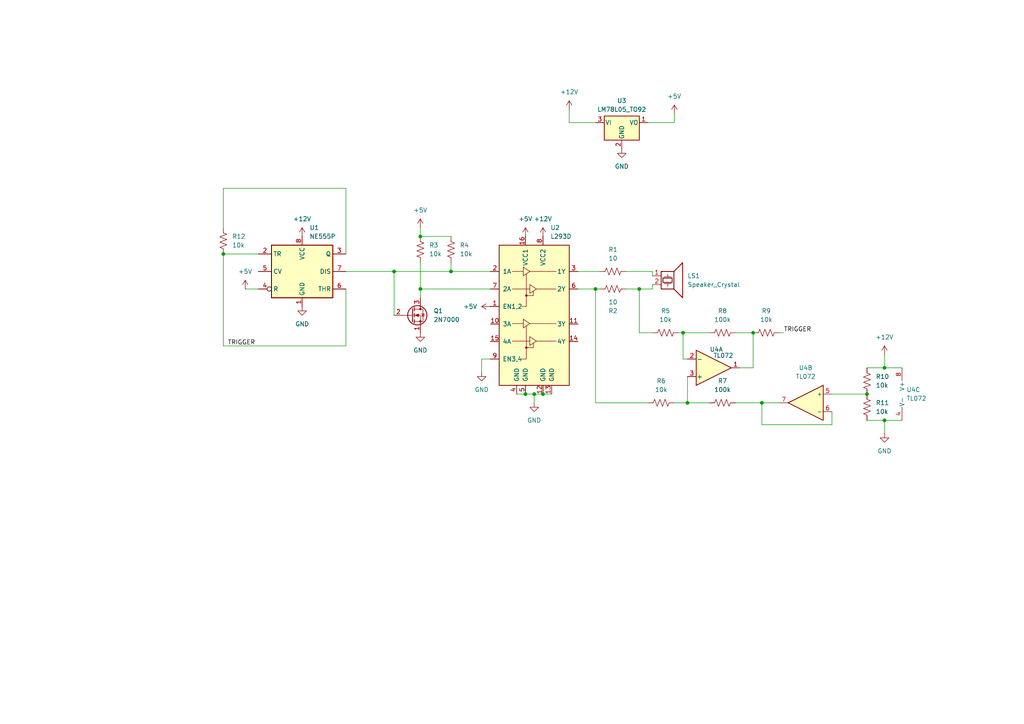
<source format=kicad_sch>
(kicad_sch (version 20250114) (generator "eeschema") (generator_version "9.0")
  (paper "A4")
  (lib_symbols
    (symbol "Amplifier_Operational:TL072" (pin_names (offset 0.127))
      (property "Reference" "U" (at 0 5.08 0))
      (property "Value" "TL072" (at 0 -5.08 0))
      (symbol "TL072_1_1"
        (polyline (pts (xy -5.08 5.08) (xy 5.08 0) (xy -5.08 -5.08) (xy -5.08 5.08)) (stroke (width 0.254)) (fill (type background)))
        (pin input line (at -7.62 2.54 0) (length 2.54) (name "+") (number "3"))
        (pin input line (at -7.62 -2.54 0) (length 2.54) (name "-") (number "2"))
        (pin output line (at 7.62 0 180) (length 2.54) (name "~") (number "1"))
      )
      (symbol "TL072_2_1"
        (polyline (pts (xy -5.08 5.08) (xy 5.08 0) (xy -5.08 -5.08) (xy -5.08 5.08)) (stroke (width 0.254)) (fill (type background)))
        (pin input line (at -7.62 2.54 0) (length 2.54) (name "+") (number "5"))
        (pin input line (at -7.62 -2.54 0) (length 2.54) (name "-") (number "6"))
        (pin output line (at 7.62 0 180) (length 2.54) (name "~") (number "7"))
      )
      (symbol "TL072_3_1"
        (pin power_in line (at -2.54 7.62 270) (length 3.81) (name "V+") (number "8"))
        (pin power_in line (at -2.54 -7.62 90) (length 3.81) (name "V-") (number "4"))
      )
    )
    (symbol "Device:R_US" (pin_numbers (hide yes)) (pin_names (offset 0))
      (property "Reference" "R" (at 2.54 0 90))
      (property "Value" "R_US" (at -2.54 0 90))
      (symbol "R_US_0_1"
        (polyline (pts (xy 0 2.286) (xy 0 2.54)))
        (polyline (pts (xy 0 2.286) (xy 1.016 1.905) (xy 0 1.524) (xy -1.016 1.143) (xy 0 0.762)))
        (polyline (pts (xy 0 0.762) (xy 1.016 0.381) (xy 0 0) (xy -1.016 -0.381) (xy 0 -0.762)))
        (polyline (pts (xy 0 -0.762) (xy 1.016 -1.143) (xy 0 -1.524) (xy -1.016 -1.905) (xy 0 -2.286)))
        (polyline (pts (xy 0 -2.286) (xy 0 -2.54)))
      )
      (symbol "R_US_1_1"
        (pin passive line (at 0 3.81 270) (length 1.27) (name "~") (number "1"))
        (pin passive line (at 0 -3.81 90) (length 1.27) (name "~") (number "2"))
      )
    )
    (symbol "Device:Speaker_Crystal" (pin_names (offset 0) (hide yes))
      (property "Reference" "LS" (at 0.635 5.715 0))
      (property "Value" "Speaker_Crystal" (at 0.635 3.81 0))
      (symbol "Speaker_Crystal_0_0"
        (rectangle (start -2.54 1.27) (end 1.143 -3.81) (stroke (width 0.254)))
        (rectangle (start -2.032 -0.635) (end 0.635 -1.905) (stroke (width 0.254)))
        (polyline (pts (xy -1.651 -0.254) (xy 0.381 -0.254)))
        (polyline (pts (xy -1.651 -2.286) (xy 0.381 -2.286)))
        (polyline (pts (xy -0.635 -0.254) (xy -0.635 0.508)))
        (polyline (pts (xy -0.635 -2.286) (xy -0.635 -3.048)))
        (polyline (pts (xy 1.143 1.27) (xy 3.683 3.81) (xy 3.683 -6.35) (xy 1.143 -3.81)) (stroke (width 0.254)))
      )
      (symbol "Speaker_Crystal_1_1"
        (pin input line (at -5.08 0 0) (length 2.54) (name "1") (number "1"))
        (pin input line (at -5.08 -2.54 0) (length 2.54) (name "2") (number "2"))
      )
    )
    (symbol "Driver_Motor:L293D" (pin_names (offset 1.016))
      (property "Reference" "U" (at -5.08 26.035 0))
      (property "Value" "L293D" (at -5.08 24.13 0))
      (symbol "L293D_0_1"
        (rectangle (start -10.16 22.86) (end 10.16 -17.78) (stroke (width 0.254)) (fill (type background)))
        (polyline (pts (xy -6.35 15.24) (xy -3.175 15.24)))
        (polyline (pts (xy -6.35 10.16) (xy -1.27 10.16)))
        (polyline (pts (xy -6.35 0.127) (xy -3.175 0.127)))
        (polyline (pts (xy -6.35 -4.953) (xy -1.27 -4.953)))
        (polyline (pts (xy -3.175 16.51) (xy -3.175 13.97) (xy -1.27 15.24) (xy -3.175 16.51)))
        (polyline (pts (xy -3.175 1.397) (xy -3.175 -1.143) (xy -1.27 0.127) (xy -3.175 1.397)))
        (polyline (pts (xy -2.286 14.478) (xy -2.286 5.08) (xy -3.556 5.08)))
        (circle (center -2.286 8.255) (radius 0.254) (fill (type outline)))
        (polyline (pts (xy -2.286 8.255) (xy -0.254 8.255) (xy -0.254 9.525)))
        (polyline (pts (xy -2.286 -0.635) (xy -2.286 -10.16) (xy -3.556 -10.16)))
        (circle (center -2.286 -6.858) (radius 0.254) (fill (type outline)))
        (polyline (pts (xy -2.286 -6.858) (xy -0.254 -6.858) (xy -0.254 -5.588)))
        (polyline (pts (xy -1.27 15.24) (xy 6.35 15.24)))
        (polyline (pts (xy -1.27 11.43) (xy -1.27 8.89) (xy 0.635 10.16) (xy -1.27 11.43)))
        (polyline (pts (xy -1.27 0.127) (xy 6.35 0.127)))
        (polyline (pts (xy -1.27 -3.683) (xy -1.27 -6.223) (xy 0.635 -4.953) (xy -1.27 -3.683)))
        (polyline (pts (xy 0.635 10.16) (xy 6.35 10.16)))
        (polyline (pts (xy 0.635 -4.953) (xy 6.35 -4.953)))
      )
      (symbol "L293D_1_1"
        (pin input line (at -12.7 15.24 0) (length 2.54) (name "1A") (number "2"))
        (pin input line (at -12.7 10.16 0) (length 2.54) (name "2A") (number "7"))
        (pin input line (at -12.7 5.08 0) (length 2.54) (name "EN1,2") (number "1"))
        (pin input line (at -12.7 0 0) (length 2.54) (name "3A") (number "10"))
        (pin input line (at -12.7 -5.08 0) (length 2.54) (name "4A") (number "15"))
        (pin input line (at -12.7 -10.16 0) (length 2.54) (name "EN3,4") (number "9"))
        (pin power_in line (at -5.08 -20.32 90) (length 2.54) (name "GND") (number "4"))
        (pin power_in line (at -2.54 25.4 270) (length 2.54) (name "VCC1") (number "16"))
        (pin power_in line (at -2.54 -20.32 90) (length 2.54) (name "GND") (number "5"))
        (pin power_in line (at 2.54 25.4 270) (length 2.54) (name "VCC2") (number "8"))
        (pin power_in line (at 2.54 -20.32 90) (length 2.54) (name "GND") (number "12"))
        (pin power_in line (at 5.08 -20.32 90) (length 2.54) (name "GND") (number "13"))
        (pin output line (at 12.7 15.24 180) (length 2.54) (name "1Y") (number "3"))
        (pin output line (at 12.7 10.16 180) (length 2.54) (name "2Y") (number "6"))
        (pin output line (at 12.7 0 180) (length 2.54) (name "3Y") (number "11"))
        (pin output line (at 12.7 -5.08 180) (length 2.54) (name "4Y") (number "14"))
      )
    )
    (symbol "Regulator_Linear:LM78L05_TO92" (pin_names (offset 0.254))
      (property "Reference" "U" (at -3.81 3.175 0))
      (property "Value" "LM78L05_TO92" (at 0 3.175 0))
      (symbol "LM78L05_TO92_0_1"
        (rectangle (start -5.08 -5.08) (end 5.08 1.905) (stroke (width 0.254)) (fill (type background)))
      )
      (symbol "LM78L05_TO92_1_1"
        (pin power_in line (at -7.62 0 0) (length 2.54) (name "VI") (number "3"))
        (pin power_in line (at 0 -7.62 90) (length 2.54) (name "GND") (number "2"))
        (pin power_out line (at 7.62 0 180) (length 2.54) (name "VO") (number "1"))
      )
    )
    (symbol "Timer:NE555P"
      (property "Reference" "U" (at -10.16 8.89 0))
      (property "Value" "NE555P" (at 2.54 8.89 0))
      (symbol "NE555P_0_0"
        (pin power_in line (at 0 10.16 270) (length 2.54) (name "VCC") (number "8"))
        (pin power_in line (at 0 -10.16 90) (length 2.54) (name "GND") (number "1"))
      )
      (symbol "NE555P_0_1"
        (rectangle (start -8.89 -7.62) (end 8.89 7.62) (stroke (width 0.254)) (fill (type background)))
        (rectangle (start -8.89 -7.62) (end 8.89 7.62) (stroke (width 0.254)) (fill (type background)))
      )
      (symbol "NE555P_1_1"
        (pin input line (at -12.7 5.08 0) (length 3.81) (name "TR") (number "2"))
        (pin input line (at -12.7 0 0) (length 3.81) (name "CV") (number "5"))
        (pin input inverted (at -12.7 -5.08 0) (length 3.81) (name "R") (number "4"))
        (pin output line (at 12.7 5.08 180) (length 3.81) (name "Q") (number "3"))
        (pin input line (at 12.7 0 180) (length 3.81) (name "DIS") (number "7"))
        (pin input line (at 12.7 -5.08 180) (length 3.81) (name "THR") (number "6"))
      )
    )
    (symbol "Transistor_FET:2N7000" (pin_names (hide yes))
      (property "Reference" "Q" (at 5.08 1.905 0))
      (property "Value" "2N7000" (at 5.08 0 0))
      (symbol "2N7000_0_1"
        (polyline (pts (xy 0.254 1.905) (xy 0.254 -1.905)) (stroke (width 0.254)))
        (polyline (pts (xy 0.254 0) (xy -2.54 0)))
        (polyline (pts (xy 0.762 2.286) (xy 0.762 1.27)) (stroke (width 0.254)))
        (polyline (pts (xy 0.762 0.508) (xy 0.762 -0.508)) (stroke (width 0.254)))
        (polyline (pts (xy 0.762 -1.27) (xy 0.762 -2.286)) (stroke (width 0.254)))
        (polyline (pts (xy 0.762 -1.778) (xy 3.302 -1.778) (xy 3.302 1.778) (xy 0.762 1.778)))
        (polyline (pts (xy 1.016 0) (xy 2.032 0.381) (xy 2.032 -0.381) (xy 1.016 0)) (fill (type outline)))
        (circle (center 1.651 0) (radius 2.794) (stroke (width 0.254)))
        (polyline (pts (xy 2.54 2.54) (xy 2.54 1.778)))
        (circle (center 2.54 1.778) (radius 0.254) (fill (type outline)))
        (circle (center 2.54 -1.778) (radius 0.254) (fill (type outline)))
        (polyline (pts (xy 2.54 -2.54) (xy 2.54 0) (xy 0.762 0)))
        (polyline (pts (xy 2.794 0.508) (xy 2.921 0.381) (xy 3.683 0.381) (xy 3.81 0.254)))
        (polyline (pts (xy 3.302 0.381) (xy 2.921 -0.254) (xy 3.683 -0.254) (xy 3.302 0.381)))
      )
      (symbol "2N7000_1_1"
        (pin input line (at -5.08 0 0) (length 2.54) (name "G") (number "2"))
        (pin passive line (at 2.54 5.08 270) (length 2.54) (name "D") (number "3"))
        (pin passive line (at 2.54 -5.08 90) (length 2.54) (name "S") (number "1"))
      )
    )
    (symbol "power:+12V" (power) (pin_numbers (hide yes)) (pin_names (offset 0) (hide yes))
      (property "Value" "+12V" (at 0 3.556 0))
      (symbol "+12V_0_1"
        (polyline (pts (xy -0.762 1.27) (xy 0 2.54)))
        (polyline (pts (xy 0 2.54) (xy 0.762 1.27)))
        (polyline (pts (xy 0 0) (xy 0 2.54)))
      )
      (symbol "+12V_1_1"
        (pin power_in line (at 0 0 90) (length 0) (name "~") (number "1"))
      )
    )
    (symbol "power:+5V" (power) (pin_numbers (hide yes)) (pin_names (offset 0) (hide yes))
      (property "Value" "+5V" (at 0 3.556 0))
      (symbol "+5V_0_1"
        (polyline (pts (xy -0.762 1.27) (xy 0 2.54)))
        (polyline (pts (xy 0 2.54) (xy 0.762 1.27)))
        (polyline (pts (xy 0 0) (xy 0 2.54)))
      )
      (symbol "+5V_1_1"
        (pin power_in line (at 0 0 90) (length 0) (name "~") (number "1"))
      )
    )
    (symbol "power:GND" (power) (pin_numbers (hide yes)) (pin_names (offset 0) (hide yes))
      (property "Value" "GND" (at 0 -3.81 0))
      (symbol "GND_0_1"
        (polyline (pts (xy 0 0) (xy 0 -1.27) (xy 1.27 -1.27) (xy 0 -2.54) (xy -1.27 -1.27) (xy 0 -1.27)))
      )
      (symbol "GND_1_1"
        (pin power_in line (at 0 0 270) (length 0) (name "~") (number "1"))
      )
    )
  )
  (junction (at 256.54 106.68))
  (junction (at 157.48 114.3))
  (junction (at 199.39 116.84))
  (junction (at 198.12 96.52))
  (junction (at 220.98 116.84))
  (junction (at 114.3 78.74))
  (junction (at 256.54 121.92))
  (junction (at 121.92 83.82))
  (junction (at 121.92 68.58))
  (junction (at 218.44 96.52))
  (junction (at 152.4 114.3))
  (junction (at 172.72 83.82))
  (junction (at 64.77 73.66))
  (junction (at 185.42 83.82))
  (junction (at 251.46 114.3))
  (junction (at 130.81 78.74))
  (junction (at 154.94 114.3))
  (wire (pts (xy 220.98 116.84) (xy 226.06 116.84)))
  (wire (pts (xy 100.33 54.61) (xy 100.33 73.66)))
  (wire (pts (xy 121.92 86.36) (xy 121.92 83.82)))
  (wire (pts (xy 189.23 83.82) (xy 189.23 82.55)))
  (wire (pts (xy 142.24 104.14) (xy 139.7 104.14)))
  (wire (pts (xy 157.48 114.3) (xy 160.02 114.3)))
  (wire (pts (xy 130.81 78.74) (xy 142.24 78.74)))
  (wire (pts (xy 130.81 76.2) (xy 130.81 78.74)))
  (wire (pts (xy 241.3 123.19) (xy 220.98 123.19)))
  (wire (pts (xy 187.96 35.56) (xy 195.58 35.56)))
  (wire (pts (xy 226.06 96.52) (xy 227.33 96.52)))
  (wire (pts (xy 251.46 106.68) (xy 256.54 106.68)))
  (wire (pts (xy 139.7 104.14) (xy 139.7 107.95)))
  (wire (pts (xy 71.12 83.82) (xy 74.93 83.82)))
  (wire (pts (xy 195.58 35.56) (xy 195.58 33.02)))
  (wire (pts (xy 64.77 54.61) (xy 100.33 54.61)))
  (wire (pts (xy 199.39 116.84) (xy 205.74 116.84)))
  (wire (pts (xy 199.39 104.14) (xy 198.12 104.14)))
  (wire (pts (xy 187.96 116.84) (xy 172.72 116.84)))
  (wire (pts (xy 196.85 96.52) (xy 198.12 96.52)))
  (wire (pts (xy 121.92 68.58) (xy 130.81 68.58)))
  (wire (pts (xy 64.77 54.61) (xy 64.77 66.04)))
  (wire (pts (xy 167.64 78.74) (xy 173.99 78.74)))
  (wire (pts (xy 185.42 96.52) (xy 189.23 96.52)))
  (wire (pts (xy 167.64 83.82) (xy 172.72 83.82)))
  (wire (pts (xy 100.33 83.82) (xy 100.33 100.33)))
  (wire (pts (xy 121.92 76.2) (xy 121.92 83.82)))
  (wire (pts (xy 199.39 116.84) (xy 195.58 116.84)))
  (wire (pts (xy 165.1 31.75) (xy 165.1 35.56)))
  (wire (pts (xy 220.98 116.84) (xy 220.98 123.19)))
  (wire (pts (xy 199.39 109.22) (xy 199.39 116.84)))
  (wire (pts (xy 241.3 119.38) (xy 241.3 123.19)))
  (wire (pts (xy 100.33 100.33) (xy 64.77 100.33)))
  (wire (pts (xy 185.42 83.82) (xy 185.42 96.52)))
  (wire (pts (xy 218.44 96.52) (xy 218.44 106.68)))
  (wire (pts (xy 114.3 78.74) (xy 114.3 91.44)))
  (wire (pts (xy 172.72 116.84) (xy 172.72 83.82)))
  (wire (pts (xy 198.12 104.14) (xy 198.12 96.52)))
  (wire (pts (xy 64.77 73.66) (xy 74.93 73.66)))
  (wire (pts (xy 181.61 83.82) (xy 185.42 83.82)))
  (wire (pts (xy 154.94 114.3) (xy 154.94 116.84)))
  (wire (pts (xy 185.42 83.82) (xy 189.23 83.82)))
  (wire (pts (xy 121.92 83.82) (xy 142.24 83.82)))
  (wire (pts (xy 241.3 114.3) (xy 251.46 114.3)))
  (wire (pts (xy 251.46 121.92) (xy 256.54 121.92)))
  (wire (pts (xy 256.54 106.68) (xy 261.62 106.68)))
  (wire (pts (xy 213.36 96.52) (xy 218.44 96.52)))
  (wire (pts (xy 256.54 121.92) (xy 256.54 125.73)))
  (wire (pts (xy 218.44 106.68) (xy 214.63 106.68)))
  (wire (pts (xy 64.77 100.33) (xy 64.77 73.66)))
  (wire (pts (xy 256.54 102.87) (xy 256.54 106.68)))
  (wire (pts (xy 114.3 78.74) (xy 130.81 78.74)))
  (wire (pts (xy 213.36 116.84) (xy 220.98 116.84)))
  (wire (pts (xy 152.4 114.3) (xy 154.94 114.3)))
  (wire (pts (xy 172.72 83.82) (xy 173.99 83.82)))
  (wire (pts (xy 165.1 35.56) (xy 172.72 35.56)))
  (wire (pts (xy 198.12 96.52) (xy 205.74 96.52)))
  (wire (pts (xy 121.92 66.04) (xy 121.92 68.58)))
  (wire (pts (xy 189.23 78.74) (xy 189.23 80.01)))
  (wire (pts (xy 181.61 78.74) (xy 189.23 78.74)))
  (wire (pts (xy 149.86 114.3) (xy 152.4 114.3)))
  (wire (pts (xy 154.94 114.3) (xy 157.48 114.3)))
  (wire (pts (xy 256.54 121.92) (xy 261.62 121.92)))
  (wire (pts (xy 100.33 78.74) (xy 114.3 78.74)))
  (label "TRIGGER" (at 227.33 96.52 0))
  (label "TRIGGER" (at 66.04 100.33 0))
  (symbol (lib_id "Device:R_US") (at 191.77 116.84 90) (unit 1)
    (property "Reference" "R6" (at 191.77 110.49 90))
    (property "Value" "10k" (at 191.77 113.03 90))
    (property "Footprint" "Resistor_THT:R_Axial_DIN0204_L3.6mm_D1.6mm_P7.62mm_Horizontal" (effects (hide yes)))
    (property "Description" "Resistor, US symbol" (effects (hide yes)))
  )
  (symbol (lib_id "Device:R_US") (at 209.55 96.52 90) (unit 1)
    (property "Reference" "R8" (at 209.55 90.17 90))
    (property "Value" "100k" (at 209.55 92.71 90))
    (property "Footprint" "Resistor_THT:R_Axial_DIN0204_L3.6mm_D1.6mm_P7.62mm_Horizontal" (effects (hide yes)))
    (property "Description" "Resistor, US symbol" (effects (hide yes)))
  )
  (symbol (lib_id "Device:R_US") (at 193.04 96.52 90) (unit 1)
    (property "Reference" "R5" (at 193.04 90.17 90))
    (property "Value" "10k" (at 193.04 92.71 90))
    (property "Footprint" "Resistor_THT:R_Axial_DIN0204_L3.6mm_D1.6mm_P7.62mm_Horizontal" (effects (hide yes)))
    (property "Description" "Resistor, US symbol" (effects (hide yes)))
  )
  (symbol (lib_id "Device:R_US") (at 209.55 116.84 90) (unit 1)
    (property "Reference" "R7" (at 209.55 110.49 90))
    (property "Value" "100k" (at 209.55 113.03 90))
    (property "Footprint" "Resistor_THT:R_Axial_DIN0204_L3.6mm_D1.6mm_P7.62mm_Horizontal" (effects (hide yes)))
    (property "Description" "Resistor, US symbol" (effects (hide yes)))
  )
  (symbol (lib_id "power:+5V") (at 71.12 83.82 0) (unit 1)
    (property "Reference" "#PWR012" (effects (hide yes)))
    (property "Value" "+5V" (at 71.12 78.74 0))
    (property "Description" "Power symbol creates a global label with name \"+5V\"" (effects (hide yes)))
  )
  (symbol (lib_id "power:+5V") (at 121.92 66.04 0) (unit 1)
    (property "Reference" "#PWR011" (effects (hide yes)))
    (property "Value" "+5V" (at 121.92 60.96 0))
    (property "Description" "Power symbol creates a global label with name \"+5V\"" (effects (hide yes)))
  )
  (symbol (lib_id "power:GND") (at 256.54 125.73 0) (unit 1)
    (property "Reference" "#PWR015" (effects (hide yes)))
    (property "Value" "GND" (at 256.54 130.81 0))
    (property "Description" "Power symbol creates a global label with name \"GND\" , ground" (effects (hide yes)))
  )
  (symbol (lib_id "power:GND") (at 180.34 43.18 0) (unit 1)
    (property "Reference" "#PWR06" (effects (hide yes)))
    (property "Value" "GND" (at 180.34 48.26 0))
    (property "Description" "Power symbol creates a global label with name \"GND\" , ground" (effects (hide yes)))
  )
  (symbol (lib_id "Amplifier_Operational:TL072") (at 207.01 106.68 0) (mirror x) (unit 1)
    (property "Reference" "U4" (at 207.772 101.346 0))
    (property "Value" "TL072" (at 209.804 103.124 0))
    (property "Footprint" "Package_DIP:DIP-8_W7.62mm" (effects (hide yes)))
    (property "Datasheet" "http://www.ti.com/lit/ds/symlink/tl071.pdf" (effects (hide yes)))
    (property "Description" "Dual Low-Noise JFET-Input Operational Amplifiers, DIP-8/SOIC-8" (effects (hide yes)))
  )
  (symbol (lib_id "Timer:NE555P") (at 87.63 78.74 0) (unit 1)
    (property "Reference" "U1" (at 89.7733 66.04 0) (effects (justify left)))
    (property "Value" "NE555P" (at 89.7733 68.58 0) (effects (justify left)))
    (property "Footprint" "Package_DIP:DIP-8_W7.62mm" (effects (hide yes)))
    (property "Datasheet" "http://www.ti.com/lit/ds/symlink/ne555.pdf" (effects (hide yes)))
    (property "Description" "Precision Timers, 555 compatible,  PDIP-8" (effects (hide yes)))
  )
  (symbol (lib_id "Amplifier_Operational:TL072") (at 233.68 116.84 0) (mirror y) (unit 2)
    (property "Reference" "U4" (at 233.68 106.68 0))
    (property "Value" "TL072" (at 233.68 109.22 0))
    (property "Footprint" "Package_DIP:DIP-8_W7.62mm" (effects (hide yes)))
    (property "Datasheet" "http://www.ti.com/lit/ds/symlink/tl071.pdf" (effects (hide yes)))
    (property "Description" "Dual Low-Noise JFET-Input Operational Amplifiers, DIP-8/SOIC-8" (effects (hide yes)))
  )
  (symbol (lib_id "power:+12V") (at 157.48 68.58 0) (unit 1)
    (property "Reference" "#PWR02" (effects (hide yes)))
    (property "Value" "+12V" (at 157.48 63.5 0))
    (property "Description" "Power symbol creates a global label with name \"+12V\"" (effects (hide yes)))
  )
  (symbol (lib_id "power:+12V") (at 87.63 68.58 0) (unit 1)
    (property "Reference" "#PWR05" (effects (hide yes)))
    (property "Value" "+12V" (at 87.63 63.5 0))
    (property "Description" "Power symbol creates a global label with name \"+12V\"" (effects (hide yes)))
  )
  (symbol (lib_id "Device:R_US") (at 177.8 83.82 90) (unit 1)
    (property "Reference" "R2" (at 177.8 90.17 90))
    (property "Value" "10" (at 177.8 87.63 90))
    (property "Footprint" "Resistor_THT:R_Axial_DIN0204_L3.6mm_D1.6mm_P7.62mm_Horizontal" (effects (hide yes)))
    (property "Description" "Resistor, US symbol" (effects (hide yes)))
  )
  (symbol (lib_id "Device:R_US") (at 177.8 78.74 90) (unit 1)
    (property "Reference" "R1" (at 177.8 72.39 90))
    (property "Value" "10" (at 177.8 74.93 90))
    (property "Footprint" "Resistor_THT:R_Axial_DIN0204_L3.6mm_D1.6mm_P7.62mm_Horizontal" (effects (hide yes)))
    (property "Description" "Resistor, US symbol" (effects (hide yes)))
  )
  (symbol (lib_id "power:GND") (at 121.92 96.52 0) (unit 1)
    (property "Reference" "#PWR013" (effects (hide yes)))
    (property "Value" "GND" (at 121.92 101.6 0))
    (property "Description" "Power symbol creates a global label with name \"GND\" , ground" (effects (hide yes)))
  )
  (symbol (lib_id "Device:Speaker_Crystal") (at 194.31 80.01 0) (unit 1)
    (property "Reference" "LS1" (at 199.39 80.0099 0) (effects (justify left)))
    (property "Value" "Speaker_Crystal" (at 199.39 82.5499 0) (effects (justify left)))
    (property "Footprint" "Connector_PinHeader_2.54mm:PinHeader_1x02_P2.54mm_Vertical" (effects (hide yes)))
    (property "Description" "Crystal speaker/transducer" (effects (hide yes)))
  )
  (symbol (lib_id "Device:R_US") (at 64.77 69.85 0) (unit 1)
    (property "Reference" "R12" (at 67.31 68.5799 0) (effects (justify left)))
    (property "Value" "10k" (at 67.31 71.1199 0) (effects (justify left)))
    (property "Footprint" "Resistor_THT:R_Axial_DIN0204_L3.6mm_D1.6mm_P7.62mm_Horizontal" (effects (hide yes)))
    (property "Description" "Resistor, US symbol" (effects (hide yes)))
  )
  (symbol (lib_id "Amplifier_Operational:TL072") (at 259.08 114.3 0) (mirror y) (unit 3)
    (property "Reference" "U4" (at 262.89 113.0299 0) (effects (justify right)))
    (property "Value" "TL072" (at 262.89 115.5699 0) (effects (justify right)))
    (property "Footprint" "Package_DIP:DIP-8_W7.62mm" (effects (hide yes)))
    (property "Datasheet" "http://www.ti.com/lit/ds/symlink/tl071.pdf" (effects (hide yes)))
    (property "Description" "Dual Low-Noise JFET-Input Operational Amplifiers, DIP-8/SOIC-8" (effects (hide yes)))
  )
  (symbol (lib_id "power:GND") (at 87.63 88.9 0) (unit 1)
    (property "Reference" "#PWR07" (effects (hide yes)))
    (property "Value" "GND" (at 87.63 93.98 0))
    (property "Description" "Power symbol creates a global label with name \"GND\" , ground" (effects (hide yes)))
  )
  (symbol (lib_id "Driver_Motor:L293D") (at 154.94 93.98 0) (unit 1)
    (property "Reference" "U2" (at 159.6233 66.04 0) (effects (justify left)))
    (property "Value" "L293D" (at 159.6233 68.58 0) (effects (justify left)))
    (property "Footprint" "Package_DIP:DIP-16_W7.62mm" (effects (hide yes)))
    (property "Datasheet" "http://www.ti.com/lit/ds/symlink/l293.pdf" (effects (hide yes)))
    (property "Description" "Quadruple Half-H Drivers" (effects (hide yes)))
  )
  (symbol (lib_id "power:+12V") (at 165.1 31.75 0) (unit 1)
    (property "Reference" "#PWR01" (effects (hide yes)))
    (property "Value" "+12V" (at 165.1 26.67 0))
    (property "Description" "Power symbol creates a global label with name \"+12V\"" (effects (hide yes)))
  )
  (symbol (lib_id "power:GND") (at 154.94 116.84 0) (unit 1)
    (property "Reference" "#PWR08" (effects (hide yes)))
    (property "Value" "GND" (at 154.94 121.92 0))
    (property "Description" "Power symbol creates a global label with name \"GND\" , ground" (effects (hide yes)))
  )
  (symbol (lib_id "power:GND") (at 139.7 107.95 0) (unit 1)
    (property "Reference" "#PWR010" (effects (hide yes)))
    (property "Value" "GND" (at 139.7 113.03 0))
    (property "Description" "Power symbol creates a global label with name \"GND\" , ground" (effects (hide yes)))
  )
  (symbol (lib_id "power:+5V") (at 195.58 33.02 0) (unit 1)
    (property "Reference" "#PWR04" (effects (hide yes)))
    (property "Value" "+5V" (at 195.58 27.94 0))
    (property "Description" "Power symbol creates a global label with name \"+5V\"" (effects (hide yes)))
  )
  (symbol (lib_id "Regulator_Linear:LM78L05_TO92") (at 180.34 35.56 0) (unit 1)
    (property "Reference" "U3" (at 180.34 29.21 0))
    (property "Value" "LM78L05_TO92" (at 180.34 31.75 0))
    (property "Footprint" "Package_TO_SOT_THT:TO-92_Inline" (effects (hide yes)))
    (property "Datasheet" "https://www.onsemi.com/pub/Collateral/MC78L06A-D.pdf" (effects (hide yes)))
    (property "Description" "Positive 100mA 30V Linear Regulator, Fixed Output 5V, TO-92" (effects (hide yes)))
  )
  (symbol (lib_id "Device:R_US") (at 130.81 72.39 0) (unit 1)
    (property "Reference" "R4" (at 133.35 71.1199 0) (effects (justify left)))
    (property "Value" "10k" (at 133.35 73.6599 0) (effects (justify left)))
    (property "Footprint" "Resistor_THT:R_Axial_DIN0204_L3.6mm_D1.6mm_P7.62mm_Horizontal" (effects (hide yes)))
    (property "Description" "Resistor, US symbol" (effects (hide yes)))
  )
  (symbol (lib_id "Device:R_US") (at 251.46 110.49 180) (unit 1)
    (property "Reference" "R10" (at 254 109.2199 0) (effects (justify right)))
    (property "Value" "10k" (at 254 111.7599 0) (effects (justify right)))
    (property "Footprint" "Resistor_THT:R_Axial_DIN0204_L3.6mm_D1.6mm_P7.62mm_Horizontal" (effects (hide yes)))
    (property "Description" "Resistor, US symbol" (effects (hide yes)))
  )
  (symbol (lib_id "power:+5V") (at 142.24 88.9 90) (unit 1)
    (property "Reference" "#PWR09" (effects (hide yes)))
    (property "Value" "+5V" (at 138.43 88.8999 90) (effects (justify left)))
    (property "Description" "Power symbol creates a global label with name \"+5V\"" (effects (hide yes)))
  )
  (symbol (lib_id "Device:R_US") (at 251.46 118.11 180) (unit 1)
    (property "Reference" "R11" (at 254 116.8399 0) (effects (justify right)))
    (property "Value" "10k" (at 254 119.3799 0) (effects (justify right)))
    (property "Footprint" "Resistor_THT:R_Axial_DIN0204_L3.6mm_D1.6mm_P7.62mm_Horizontal" (effects (hide yes)))
    (property "Description" "Resistor, US symbol" (effects (hide yes)))
  )
  (symbol (lib_id "power:+5V") (at 152.4 68.58 0) (unit 1)
    (property "Reference" "#PWR03" (effects (hide yes)))
    (property "Value" "+5V" (at 152.4 63.5 0))
    (property "Description" "Power symbol creates a global label with name \"+5V\"" (effects (hide yes)))
  )
  (symbol (lib_id "Transistor_FET:2N7000") (at 119.38 91.44 0) (unit 1)
    (property "Reference" "Q1" (at 125.73 90.1699 0) (effects (justify left)))
    (property "Value" "2N7000" (at 125.73 92.7099 0) (effects (justify left)))
    (property "Footprint" "Package_TO_SOT_THT:TO-92_Inline" (effects (hide yes)))
    (property "Datasheet" "https://www.vishay.com/docs/70226/70226.pdf" (effects (hide yes)))
    (property "Description" "0.2A Id, 200V Vds, N-Channel MOSFET, 2.6V Logic Level, TO-92" (effects (hide yes)))
  )
  (symbol (lib_id "Device:R_US") (at 222.25 96.52 90) (unit 1)
    (property "Reference" "R9" (at 222.25 90.17 90))
    (property "Value" "10k" (at 222.25 92.71 90))
    (property "Footprint" "Resistor_THT:R_Axial_DIN0204_L3.6mm_D1.6mm_P7.62mm_Horizontal" (effects (hide yes)))
    (property "Description" "Resistor, US symbol" (effects (hide yes)))
  )
  (symbol (lib_id "Device:R_US") (at 121.92 72.39 0) (unit 1)
    (property "Reference" "R3" (at 124.46 71.1199 0) (effects (justify left)))
    (property "Value" "10k" (at 124.46 73.6599 0) (effects (justify left)))
    (property "Footprint" "Resistor_THT:R_Axial_DIN0204_L3.6mm_D1.6mm_P7.62mm_Horizontal" (effects (hide yes)))
    (property "Description" "Resistor, US symbol" (effects (hide yes)))
  )
  (symbol (lib_id "power:+12V") (at 256.54 102.87 0) (unit 1)
    (property "Reference" "#PWR014" (effects (hide yes)))
    (property "Value" "+12V" (at 256.54 97.79 0))
    (property "Description" "Power symbol creates a global label with name \"+12V\"" (effects (hide yes)))
  )
)
</source>
